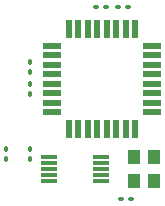
<source format=gtp>
G04 #@! TF.GenerationSoftware,KiCad,Pcbnew,(6.0.9)*
G04 #@! TF.CreationDate,2024-04-27T20:04:49+10:00*
G04 #@! TF.ProjectId,DFO,44464f2e-6b69-4636-9164-5f7063625858,rev?*
G04 #@! TF.SameCoordinates,Original*
G04 #@! TF.FileFunction,Paste,Top*
G04 #@! TF.FilePolarity,Positive*
%FSLAX46Y46*%
G04 Gerber Fmt 4.6, Leading zero omitted, Abs format (unit mm)*
G04 Created by KiCad (PCBNEW (6.0.9)) date 2024-04-27 20:04:49*
%MOMM*%
%LPD*%
G01*
G04 APERTURE LIST*
G04 Aperture macros list*
%AMRoundRect*
0 Rectangle with rounded corners*
0 $1 Rounding radius*
0 $2 $3 $4 $5 $6 $7 $8 $9 X,Y pos of 4 corners*
0 Add a 4 corners polygon primitive as box body*
4,1,4,$2,$3,$4,$5,$6,$7,$8,$9,$2,$3,0*
0 Add four circle primitives for the rounded corners*
1,1,$1+$1,$2,$3*
1,1,$1+$1,$4,$5*
1,1,$1+$1,$6,$7*
1,1,$1+$1,$8,$9*
0 Add four rect primitives between the rounded corners*
20,1,$1+$1,$2,$3,$4,$5,0*
20,1,$1+$1,$4,$5,$6,$7,0*
20,1,$1+$1,$6,$7,$8,$9,0*
20,1,$1+$1,$8,$9,$2,$3,0*%
G04 Aperture macros list end*
%ADD10RoundRect,0.090000X0.090000X-0.139000X0.090000X0.139000X-0.090000X0.139000X-0.090000X-0.139000X0*%
%ADD11RoundRect,0.090000X-0.090000X0.139000X-0.090000X-0.139000X0.090000X-0.139000X0.090000X0.139000X0*%
%ADD12RoundRect,0.090000X0.139000X0.090000X-0.139000X0.090000X-0.139000X-0.090000X0.139000X-0.090000X0*%
%ADD13RoundRect,0.090000X-0.139000X-0.090000X0.139000X-0.090000X0.139000X0.090000X-0.139000X0.090000X0*%
%ADD14R,1.600000X0.550000*%
%ADD15R,0.550000X1.600000*%
%ADD16R,1.400000X0.300000*%
%ADD17R,1.100000X1.300000*%
G04 APERTURE END LIST*
D10*
X122936000Y-88721500D03*
X122936000Y-89586500D03*
X122936000Y-96087500D03*
X122936000Y-96952500D03*
D11*
X120904000Y-96952500D03*
X120904000Y-96087500D03*
D12*
X131242500Y-84074000D03*
X130377500Y-84074000D03*
D13*
X128524000Y-84074000D03*
X129389000Y-84074000D03*
D14*
X124782000Y-87370000D03*
X124782000Y-88170000D03*
X124782000Y-88970000D03*
X124782000Y-89770000D03*
X124782000Y-90570000D03*
X124782000Y-91370000D03*
X124782000Y-92170000D03*
X124782000Y-92970000D03*
D15*
X126232000Y-94420000D03*
X127032000Y-94420000D03*
X127832000Y-94420000D03*
X128632000Y-94420000D03*
X129432000Y-94420000D03*
X130232000Y-94420000D03*
X131032000Y-94420000D03*
X131832000Y-94420000D03*
D14*
X133282000Y-92970000D03*
X133282000Y-92170000D03*
X133282000Y-91370000D03*
X133282000Y-90570000D03*
X133282000Y-89770000D03*
X133282000Y-88970000D03*
X133282000Y-88170000D03*
X133282000Y-87370000D03*
D15*
X131832000Y-85920000D03*
X131032000Y-85920000D03*
X130232000Y-85920000D03*
X129432000Y-85920000D03*
X128632000Y-85920000D03*
X127832000Y-85920000D03*
X127032000Y-85920000D03*
X126232000Y-85920000D03*
D16*
X128946000Y-98790000D03*
X128946000Y-98290000D03*
X128946000Y-97790000D03*
X128946000Y-97290000D03*
X128946000Y-96790000D03*
X124546000Y-96790000D03*
X124546000Y-97290000D03*
X124546000Y-97790000D03*
X124546000Y-98290000D03*
X124546000Y-98790000D03*
D10*
X122936000Y-91440000D03*
X122936000Y-90575000D03*
D17*
X133413000Y-98840000D03*
X133413000Y-96740000D03*
X131763000Y-96740000D03*
X131763000Y-98840000D03*
D12*
X131496500Y-100330000D03*
X130631500Y-100330000D03*
M02*

</source>
